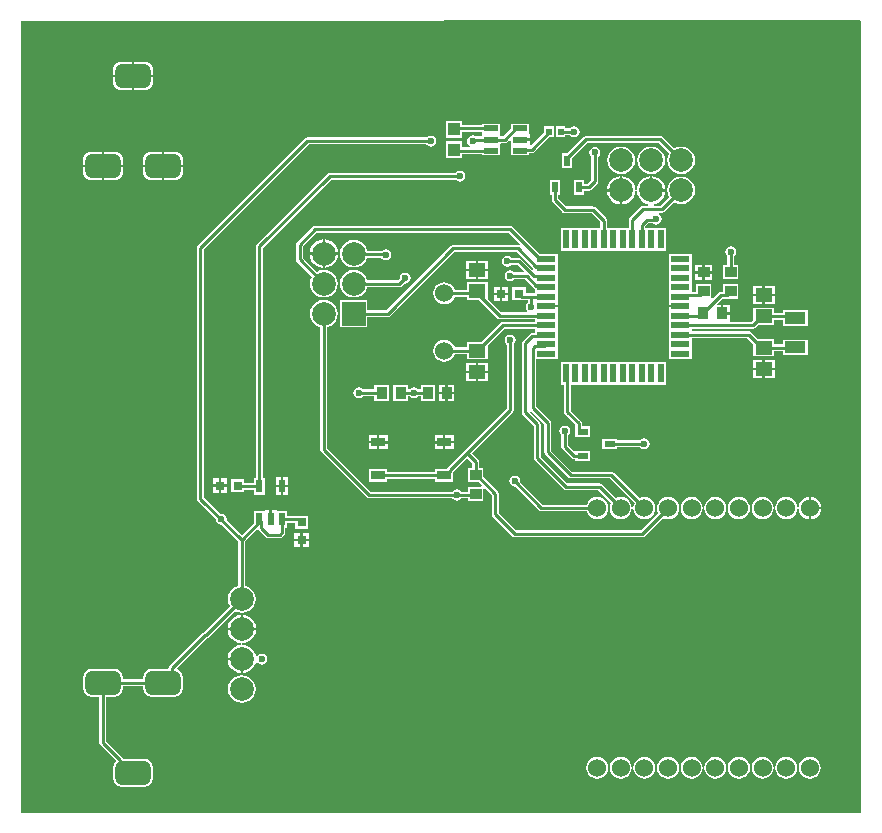
<source format=gtl>
G04*
G04 #@! TF.GenerationSoftware,Altium Limited,Altium Designer,19.1.8 (144)*
G04*
G04 Layer_Physical_Order=1*
G04 Layer_Color=255*
%FSLAX25Y25*%
%MOIN*%
G70*
G01*
G75*
%ADD11C,0.00984*%
%ADD16C,0.01000*%
%ADD40R,0.03150X0.03150*%
%ADD41R,0.02362X0.04331*%
%ADD42R,0.03543X0.03937*%
%ADD43R,0.03150X0.03150*%
%ADD44R,0.02165X0.03740*%
%ADD45R,0.03937X0.03543*%
%ADD46R,0.01968X0.02362*%
%ADD47R,0.03740X0.02165*%
%ADD48R,0.04724X0.03150*%
%ADD49R,0.03937X0.04331*%
%ADD50R,0.04800X0.02000*%
%ADD51R,0.06299X0.02165*%
%ADD52R,0.02165X0.06299*%
%ADD53R,0.03898X0.03465*%
%ADD54R,0.05709X0.04528*%
%ADD55R,0.07087X0.03937*%
%ADD56C,0.07874*%
%ADD57C,0.06000*%
%ADD58R,0.07874X0.07874*%
G04:AMPARAMS|DCode=59|XSize=78.74mil|YSize=118.11mil|CornerRadius=19.68mil|HoleSize=0mil|Usage=FLASHONLY|Rotation=270.000|XOffset=0mil|YOffset=0mil|HoleType=Round|Shape=RoundedRectangle|*
%AMROUNDEDRECTD59*
21,1,0.07874,0.07874,0,0,270.0*
21,1,0.03937,0.11811,0,0,270.0*
1,1,0.03937,-0.03937,-0.01968*
1,1,0.03937,-0.03937,0.01968*
1,1,0.03937,0.03937,0.01968*
1,1,0.03937,0.03937,-0.01968*
%
%ADD59ROUNDEDRECTD59*%
%ADD60C,0.02362*%
G36*
X461952Y461991D02*
Y197890D01*
X181945D01*
Y461919D01*
X461598Y462344D01*
X461952Y461991D01*
D02*
G37*
%LPC*%
G36*
X223189Y448370D02*
X219646D01*
Y444016D01*
X225969D01*
Y445590D01*
X225874Y446310D01*
X225596Y446980D01*
X225154Y447556D01*
X224579Y447998D01*
X223908Y448276D01*
X223189Y448370D01*
D02*
G37*
G36*
X218858D02*
X215315D01*
X214596Y448276D01*
X213925Y447998D01*
X213349Y447556D01*
X212908Y446980D01*
X212630Y446310D01*
X212535Y445590D01*
Y444016D01*
X218858D01*
Y448370D01*
D02*
G37*
G36*
X225969Y443228D02*
X219646D01*
Y438874D01*
X223189D01*
X223908Y438969D01*
X224579Y439246D01*
X225154Y439688D01*
X225596Y440264D01*
X225874Y440934D01*
X225969Y441653D01*
Y443228D01*
D02*
G37*
G36*
X218858D02*
X212535D01*
Y441653D01*
X212630Y440934D01*
X212908Y440264D01*
X213349Y439688D01*
X213925Y439246D01*
X214596Y438969D01*
X215315Y438874D01*
X218858D01*
Y443228D01*
D02*
G37*
G36*
X366339Y426847D02*
X365632Y426706D01*
X365033Y426306D01*
X364925Y426144D01*
X363425D01*
Y426811D01*
X360197D01*
Y423189D01*
X363425D01*
Y423856D01*
X364925D01*
X365033Y423694D01*
X365632Y423294D01*
X366339Y423153D01*
X367045Y423294D01*
X367644Y423694D01*
X368044Y424293D01*
X368185Y425000D01*
X368044Y425707D01*
X367644Y426306D01*
X367045Y426706D01*
X366339Y426847D01*
D02*
G37*
G36*
X328780Y428583D02*
X323583D01*
Y422992D01*
X328780D01*
Y424997D01*
X335495D01*
X335674Y424511D01*
Y424071D01*
X335495Y423585D01*
X334828D01*
X334390Y423498D01*
X334326Y423455D01*
X333633D01*
X333187Y423753D01*
X332480Y423894D01*
X331774Y423753D01*
X331175Y423353D01*
X330774Y422754D01*
X330634Y422047D01*
X330774Y421341D01*
X331175Y420742D01*
X331708Y420385D01*
X331704Y420127D01*
X331625Y419885D01*
X328780D01*
Y421890D01*
X323583D01*
Y416299D01*
X328780D01*
Y417597D01*
X335674D01*
Y417111D01*
X341734D01*
Y420311D01*
X341734Y420371D01*
Y420811D01*
X341912Y421297D01*
X343204D01*
X343642Y421384D01*
X344013Y421632D01*
X344655Y422274D01*
X345116Y422082D01*
X345116Y420653D01*
X345274Y420219D01*
X345274Y420154D01*
Y417111D01*
X351334D01*
Y417965D01*
X352180D01*
X352618Y418052D01*
X352989Y418300D01*
X357878Y423189D01*
X359488D01*
Y426811D01*
X356260D01*
Y424807D01*
X351910Y420457D01*
X351491Y420746D01*
X351491Y420806D01*
Y422047D01*
X348304D01*
Y422835D01*
X351491D01*
Y424228D01*
X351491D01*
X351334Y424663D01*
Y427771D01*
X345274D01*
Y426129D01*
X342730Y423585D01*
X341912D01*
X341734Y424071D01*
Y424511D01*
X341734Y424571D01*
Y427771D01*
X335674D01*
Y427285D01*
X328780D01*
Y428583D01*
D02*
G37*
G36*
X318504Y423697D02*
X317797Y423556D01*
X317251Y423191D01*
X277362D01*
X276924Y423104D01*
X276553Y422856D01*
X240923Y387226D01*
X240675Y386855D01*
X240588Y386417D01*
Y302756D01*
X240675Y302318D01*
X240923Y301947D01*
X246814Y296057D01*
X246776Y295866D01*
X246916Y295160D01*
X247316Y294561D01*
X247915Y294160D01*
X248622Y294020D01*
X248813Y294058D01*
X254368Y288503D01*
Y273747D01*
X254320Y273741D01*
X253209Y273281D01*
X252255Y272549D01*
X251523Y271595D01*
X251062Y270484D01*
X250905Y269291D01*
X251062Y268099D01*
X251523Y266988D01*
X251552Y266950D01*
X242912Y258310D01*
X242869Y258301D01*
X242498Y258053D01*
X231429Y246984D01*
X231181Y246613D01*
X231094Y246175D01*
Y245928D01*
X225315D01*
X224637Y245839D01*
X224005Y245577D01*
X223462Y245160D01*
X223045Y244618D01*
X222783Y243985D01*
X222694Y243307D01*
Y242483D01*
X215810D01*
Y243307D01*
X215721Y243985D01*
X215459Y244618D01*
X215042Y245160D01*
X214499Y245577D01*
X213867Y245839D01*
X213189Y245928D01*
X205315D01*
X204637Y245839D01*
X204005Y245577D01*
X203462Y245160D01*
X203045Y244618D01*
X202783Y243985D01*
X202694Y243307D01*
Y239370D01*
X202783Y238692D01*
X203045Y238060D01*
X203462Y237517D01*
X204005Y237100D01*
X204637Y236839D01*
X205315Y236749D01*
X208108D01*
Y221339D01*
X208195Y220901D01*
X208443Y220530D01*
X213483Y215489D01*
X213462Y215160D01*
X213045Y214617D01*
X212783Y213985D01*
X212694Y213307D01*
Y209370D01*
X212783Y208692D01*
X213045Y208060D01*
X213462Y207517D01*
X214004Y207100D01*
X214637Y206838D01*
X215315Y206749D01*
X223189D01*
X223867Y206838D01*
X224499Y207100D01*
X225042Y207517D01*
X225459Y208060D01*
X225721Y208692D01*
X225810Y209370D01*
Y213307D01*
X225721Y213985D01*
X225459Y214617D01*
X225042Y215160D01*
X224499Y215577D01*
X223867Y215839D01*
X223189Y215928D01*
X215955D01*
X215904Y216181D01*
X215656Y216552D01*
X210396Y221812D01*
Y236749D01*
X213189D01*
X213867Y236839D01*
X214499Y237100D01*
X215042Y237517D01*
X215459Y238060D01*
X215721Y238692D01*
X215810Y239370D01*
Y240195D01*
X222694D01*
Y239370D01*
X222783Y238692D01*
X223045Y238060D01*
X223462Y237517D01*
X224005Y237100D01*
X224637Y236839D01*
X225315Y236749D01*
X233189D01*
X233867Y236839D01*
X234499Y237100D01*
X235042Y237517D01*
X235459Y238060D01*
X235720Y238692D01*
X235810Y239370D01*
Y243307D01*
X235720Y243985D01*
X235459Y244618D01*
X235042Y245160D01*
X234499Y245577D01*
X234121Y245733D01*
X233981Y246301D01*
X243860Y256179D01*
X243902Y256187D01*
X244273Y256435D01*
X253170Y265332D01*
X253209Y265302D01*
X254320Y264842D01*
X255512Y264685D01*
X256704Y264842D01*
X257815Y265302D01*
X258769Y266034D01*
X259501Y266988D01*
X259961Y268099D01*
X260118Y269291D01*
X259961Y270484D01*
X259501Y271595D01*
X258769Y272549D01*
X257815Y273281D01*
X256704Y273741D01*
X256656Y273747D01*
Y288503D01*
X260603Y292450D01*
X261204Y292343D01*
X261297Y292203D01*
X263561Y289939D01*
X263932Y289691D01*
X264370Y289604D01*
X268110D01*
X268548Y289691D01*
X268919Y289939D01*
X269707Y290726D01*
X269955Y291098D01*
X270042Y291535D01*
Y293071D01*
X270709D01*
Y294722D01*
X273245D01*
Y292677D01*
X277655D01*
Y297087D01*
X273245D01*
Y297010D01*
X270709D01*
Y298661D01*
X267126D01*
Y298819D01*
X265551D01*
Y295866D01*
X264764D01*
Y298819D01*
X263189D01*
Y298661D01*
X259606D01*
Y294689D01*
X255512Y290594D01*
X250431Y295675D01*
X250469Y295866D01*
X250328Y296573D01*
X249928Y297172D01*
X249329Y297572D01*
X248622Y297713D01*
X248431Y297675D01*
X242876Y303230D01*
Y385943D01*
X277836Y420903D01*
X316959D01*
X317198Y420545D01*
X317797Y420144D01*
X318504Y420004D01*
X319211Y420144D01*
X319810Y420545D01*
X320210Y421144D01*
X320350Y421850D01*
X320210Y422557D01*
X319810Y423156D01*
X319211Y423556D01*
X318504Y423697D01*
D02*
G37*
G36*
X233189Y418370D02*
X229646D01*
Y414016D01*
X235969D01*
Y415590D01*
X235874Y416310D01*
X235596Y416980D01*
X235155Y417556D01*
X234579Y417998D01*
X233908Y418275D01*
X233189Y418370D01*
D02*
G37*
G36*
X213189D02*
X209646D01*
Y414016D01*
X215969D01*
Y415590D01*
X215874Y416310D01*
X215596Y416980D01*
X215155Y417556D01*
X214579Y417998D01*
X213908Y418275D01*
X213189Y418370D01*
D02*
G37*
G36*
X228858D02*
X225315D01*
X224595Y418275D01*
X223925Y417998D01*
X223349Y417556D01*
X222908Y416980D01*
X222630Y416310D01*
X222535Y415590D01*
Y414016D01*
X228858D01*
Y418370D01*
D02*
G37*
G36*
X208858D02*
X205315D01*
X204595Y418275D01*
X203925Y417998D01*
X203349Y417556D01*
X202908Y416980D01*
X202630Y416310D01*
X202535Y415590D01*
Y414016D01*
X208858D01*
Y418370D01*
D02*
G37*
G36*
X395000Y423644D02*
X370284D01*
X369846Y423557D01*
X369475Y423309D01*
X364095Y417929D01*
X362287D01*
Y412929D01*
X365713D01*
Y416311D01*
X370757Y421356D01*
X394526D01*
X398040Y417842D01*
X398011Y417803D01*
X397551Y416692D01*
X397394Y415500D01*
X397551Y414308D01*
X398011Y413197D01*
X398743Y412243D01*
X399697Y411511D01*
X400808Y411051D01*
X402000Y410894D01*
X403192Y411051D01*
X404303Y411511D01*
X405257Y412243D01*
X405989Y413197D01*
X406449Y414308D01*
X406606Y415500D01*
X406449Y416692D01*
X405989Y417803D01*
X405257Y418757D01*
X404303Y419489D01*
X403192Y419949D01*
X402000Y420106D01*
X400808Y419949D01*
X399697Y419489D01*
X399658Y419460D01*
X395809Y423309D01*
X395438Y423557D01*
X395000Y423644D01*
D02*
G37*
G36*
X392000Y420106D02*
X390808Y419949D01*
X389697Y419489D01*
X388743Y418757D01*
X388011Y417803D01*
X387551Y416692D01*
X387394Y415500D01*
X387551Y414308D01*
X388011Y413197D01*
X388743Y412243D01*
X389697Y411511D01*
X390808Y411051D01*
X392000Y410894D01*
X393192Y411051D01*
X394303Y411511D01*
X395257Y412243D01*
X395989Y413197D01*
X396449Y414308D01*
X396606Y415500D01*
X396449Y416692D01*
X395989Y417803D01*
X395257Y418757D01*
X394303Y419489D01*
X393192Y419949D01*
X392000Y420106D01*
D02*
G37*
G36*
X382000D02*
X380808Y419949D01*
X379697Y419489D01*
X378743Y418757D01*
X378011Y417803D01*
X377551Y416692D01*
X377394Y415500D01*
X377551Y414308D01*
X378011Y413197D01*
X378743Y412243D01*
X379697Y411511D01*
X380808Y411051D01*
X382000Y410894D01*
X383192Y411051D01*
X384303Y411511D01*
X385257Y412243D01*
X385989Y413197D01*
X386449Y414308D01*
X386606Y415500D01*
X386449Y416692D01*
X385989Y417803D01*
X385257Y418757D01*
X384303Y419489D01*
X383192Y419949D01*
X382000Y420106D01*
D02*
G37*
G36*
X235969Y413228D02*
X229646D01*
Y408874D01*
X233189D01*
X233908Y408969D01*
X234579Y409246D01*
X235155Y409688D01*
X235596Y410264D01*
X235874Y410934D01*
X235969Y411654D01*
Y413228D01*
D02*
G37*
G36*
X228858D02*
X222535D01*
Y411654D01*
X222630Y410934D01*
X222908Y410264D01*
X223349Y409688D01*
X223925Y409246D01*
X224595Y408969D01*
X225315Y408874D01*
X228858D01*
Y413228D01*
D02*
G37*
G36*
X215969D02*
X209646D01*
Y408874D01*
X213189D01*
X213908Y408969D01*
X214579Y409246D01*
X215155Y409688D01*
X215596Y410264D01*
X215874Y410934D01*
X215969Y411654D01*
Y413228D01*
D02*
G37*
G36*
X208858D02*
X202535D01*
Y411654D01*
X202630Y410934D01*
X202908Y410264D01*
X203349Y409688D01*
X203925Y409246D01*
X204595Y408969D01*
X205315Y408874D01*
X208858D01*
Y413228D01*
D02*
G37*
G36*
X328150Y412083D02*
X327443Y411942D01*
X326844Y411542D01*
X326736Y411380D01*
X284842D01*
X284405Y411293D01*
X284034Y411045D01*
X260608Y387620D01*
X260360Y387249D01*
X260273Y386811D01*
Y309685D01*
X259606D01*
Y308034D01*
X256339D01*
Y309291D01*
X251929D01*
Y304882D01*
X256339D01*
Y305746D01*
X259606D01*
Y304095D01*
X263228D01*
Y309685D01*
X262561D01*
Y386337D01*
X285316Y409092D01*
X326736D01*
X326844Y408930D01*
X327443Y408530D01*
X328150Y408390D01*
X328856Y408530D01*
X329455Y408930D01*
X329855Y409530D01*
X329996Y410236D01*
X329855Y410943D01*
X329455Y411542D01*
X328856Y411942D01*
X328150Y412083D01*
D02*
G37*
G36*
X373228Y419957D02*
X372522Y419816D01*
X371923Y419416D01*
X371522Y418817D01*
X371382Y418110D01*
X371522Y417404D01*
X371923Y416805D01*
X372084Y416697D01*
Y408938D01*
X370861Y407715D01*
X369768D01*
Y409071D01*
X366342D01*
Y404071D01*
X369768D01*
Y405427D01*
X371335D01*
X371772Y405514D01*
X372144Y405762D01*
X374037Y407656D01*
X374285Y408027D01*
X374372Y408465D01*
Y416697D01*
X374534Y416805D01*
X374934Y417404D01*
X375075Y418110D01*
X374934Y418817D01*
X374534Y419416D01*
X373935Y419816D01*
X373228Y419957D01*
D02*
G37*
G36*
X392394Y410213D02*
Y405894D01*
X396713D01*
X396603Y406733D01*
X396127Y407883D01*
X395370Y408870D01*
X394383Y409627D01*
X393233Y410103D01*
X392394Y410213D01*
D02*
G37*
G36*
X381606D02*
X380767Y410103D01*
X379617Y409627D01*
X378630Y408870D01*
X377873Y407883D01*
X377397Y406733D01*
X377287Y405894D01*
X381606D01*
Y410213D01*
D02*
G37*
G36*
Y405106D02*
X377287D01*
X377397Y404267D01*
X377873Y403117D01*
X378630Y402131D01*
X379617Y401373D01*
X380767Y400897D01*
X381606Y400787D01*
Y405106D01*
D02*
G37*
G36*
X382394Y410213D02*
Y405500D01*
Y400787D01*
X383233Y400897D01*
X384383Y401373D01*
X385369Y402131D01*
X386127Y403117D01*
X386603Y404267D01*
X386718Y405144D01*
X386748Y405368D01*
X387252D01*
X387282Y405144D01*
X387397Y404267D01*
X387873Y403117D01*
X388631Y402131D01*
X389617Y401373D01*
X390767Y400897D01*
X391075Y400857D01*
X391042Y400357D01*
X389173D01*
X388735Y400270D01*
X388364Y400022D01*
X384853Y396510D01*
X384605Y396139D01*
X384517Y395701D01*
Y392992D01*
X377357D01*
Y395441D01*
X377270Y395879D01*
X377022Y396250D01*
X373447Y399825D01*
X373076Y400073D01*
X372638Y400160D01*
X363663D01*
X361089Y402734D01*
Y404071D01*
X361658D01*
Y409071D01*
X358232D01*
Y404071D01*
X358801D01*
Y402260D01*
X358888Y401822D01*
X359136Y401451D01*
X362380Y398207D01*
X362751Y397959D01*
X363189Y397872D01*
X372164D01*
X375069Y394967D01*
Y392992D01*
X361902D01*
Y385433D01*
X396823D01*
Y392992D01*
X390044D01*
X389992Y393492D01*
X390958Y394459D01*
X392548D01*
X392994Y394160D01*
X393701Y394020D01*
X394407Y394160D01*
X395006Y394561D01*
X395407Y395160D01*
X395547Y395866D01*
X395407Y396573D01*
X395006Y397172D01*
X394407Y397572D01*
X394474Y398069D01*
X395713D01*
X396150Y398156D01*
X396521Y398404D01*
X399658Y401540D01*
X399697Y401511D01*
X400808Y401051D01*
X402000Y400894D01*
X403192Y401051D01*
X404303Y401511D01*
X405257Y402243D01*
X405989Y403197D01*
X406449Y404308D01*
X406606Y405500D01*
X406449Y406692D01*
X405989Y407803D01*
X405257Y408757D01*
X404303Y409489D01*
X403192Y409949D01*
X402000Y410106D01*
X400808Y409949D01*
X399697Y409489D01*
X398743Y408757D01*
X398011Y407803D01*
X397551Y406692D01*
X397394Y405500D01*
X397551Y404308D01*
X398011Y403197D01*
X398040Y403158D01*
X395239Y400357D01*
X392958D01*
X392925Y400857D01*
X393233Y400897D01*
X394383Y401373D01*
X395370Y402131D01*
X396127Y403117D01*
X396603Y404267D01*
X396713Y405106D01*
X392000D01*
Y405500D01*
X391606D01*
Y410213D01*
X390767Y410103D01*
X389617Y409627D01*
X388631Y408870D01*
X387873Y407883D01*
X387397Y406733D01*
X387282Y405856D01*
X387252Y405632D01*
X386748D01*
X386718Y405856D01*
X386603Y406733D01*
X386127Y407883D01*
X385369Y408870D01*
X384383Y409627D01*
X383233Y410103D01*
X382394Y410213D01*
D02*
G37*
G36*
X345045Y393630D02*
X279888D01*
X279450Y393543D01*
X279079Y393295D01*
X273994Y388211D01*
X273746Y387839D01*
X273659Y387402D01*
Y382480D01*
X273746Y382043D01*
X273994Y381671D01*
X278914Y376751D01*
X278885Y376713D01*
X278425Y375602D01*
X278268Y374410D01*
X278425Y373217D01*
X278885Y372106D01*
X279617Y371152D01*
X280571Y370420D01*
X281682Y369960D01*
X282874Y369803D01*
X284066Y369960D01*
X285177Y370420D01*
X286131Y371152D01*
X286863Y372106D01*
X287323Y373217D01*
X287480Y374410D01*
X287323Y375602D01*
X286863Y376713D01*
X286131Y377667D01*
X285177Y378399D01*
X284066Y378859D01*
X282874Y379016D01*
X281682Y378859D01*
X280571Y378399D01*
X280532Y378369D01*
X275947Y382954D01*
Y386928D01*
X280362Y391342D01*
X344571D01*
X348207Y387707D01*
X348112Y387513D01*
X347912Y387294D01*
X347559Y387365D01*
X325984D01*
X325547Y387277D01*
X325175Y387029D01*
X303699Y365553D01*
X297441D01*
Y368976D01*
X288307D01*
Y359842D01*
X297441D01*
Y363265D01*
X304173D01*
X304611Y363352D01*
X304982Y363600D01*
X326458Y385076D01*
X347085D01*
X352931Y379230D01*
X352924Y379164D01*
X352401Y378979D01*
X348682Y382699D01*
X348311Y382947D01*
X347873Y383034D01*
X345508D01*
X345400Y383195D01*
X344801Y383596D01*
X344094Y383736D01*
X343388Y383596D01*
X342789Y383195D01*
X342389Y382596D01*
X342248Y381890D01*
X342389Y381183D01*
X342789Y380584D01*
X343388Y380184D01*
X344094Y380043D01*
X344801Y380184D01*
X345400Y380584D01*
X345508Y380746D01*
X347399D01*
X349539Y378606D01*
X349348Y378144D01*
X346414D01*
X346306Y378306D01*
X345707Y378706D01*
X345000Y378847D01*
X344293Y378706D01*
X343694Y378306D01*
X343294Y377707D01*
X343154Y377000D01*
X343294Y376293D01*
X343694Y375694D01*
X344293Y375294D01*
X345000Y375153D01*
X345707Y375294D01*
X346306Y375694D01*
X346414Y375856D01*
X350006D01*
X352931Y372931D01*
X353221Y372738D01*
Y371144D01*
X350110D01*
Y373205D01*
X345701D01*
Y368795D01*
X350110D01*
Y368856D01*
X350856D01*
Y367914D01*
X350694Y367806D01*
X350294Y367207D01*
X350153Y366500D01*
X350294Y365793D01*
X350588Y365353D01*
X350374Y364853D01*
X341989D01*
X337484Y369358D01*
Y374850D01*
X330516D01*
Y372357D01*
X326455D01*
X326171Y373043D01*
X325589Y373801D01*
X324831Y374383D01*
X323948Y374749D01*
X323000Y374874D01*
X322052Y374749D01*
X321169Y374383D01*
X320411Y373801D01*
X319829Y373043D01*
X319463Y372160D01*
X319339Y371213D01*
X319463Y370265D01*
X319829Y369382D01*
X320411Y368624D01*
X321169Y368042D01*
X322052Y367676D01*
X323000Y367551D01*
X323948Y367676D01*
X324831Y368042D01*
X325589Y368624D01*
X326171Y369382D01*
X326455Y370069D01*
X330516D01*
Y369063D01*
X334520D01*
X340697Y362886D01*
X341071Y362636D01*
X341512Y362549D01*
X353221D01*
Y361703D01*
X342551D01*
X342110Y361615D01*
X341737Y361366D01*
X335308Y354937D01*
X330516D01*
Y353144D01*
X326455D01*
X326171Y353831D01*
X325589Y354589D01*
X324831Y355171D01*
X323948Y355537D01*
X323000Y355661D01*
X322052Y355537D01*
X321169Y355171D01*
X320411Y354589D01*
X319829Y353831D01*
X319463Y352948D01*
X319339Y352000D01*
X319463Y351052D01*
X319829Y350169D01*
X320411Y349411D01*
X321169Y348829D01*
X322052Y348464D01*
X323000Y348339D01*
X323948Y348464D01*
X324831Y348829D01*
X325589Y349411D01*
X326171Y350169D01*
X326455Y350856D01*
X330516D01*
Y349150D01*
X337484D01*
Y353855D01*
X343028Y359399D01*
X353221D01*
Y358018D01*
X352374D01*
X351936Y357931D01*
X351565Y357683D01*
X349191Y355309D01*
X348943Y354938D01*
X348856Y354500D01*
Y331500D01*
X348943Y331062D01*
X349191Y330691D01*
X352856Y327026D01*
Y316276D01*
X352943Y315838D01*
X353191Y315467D01*
X362774Y305884D01*
X363145Y305636D01*
X363583Y305549D01*
X374329D01*
X378638Y301240D01*
X378353Y300554D01*
X378228Y299606D01*
X378353Y298659D01*
X378719Y297776D01*
X379301Y297017D01*
X380059Y296436D01*
X380942Y296070D01*
X381890Y295945D01*
X382837Y296070D01*
X383720Y296436D01*
X384479Y297017D01*
X385061Y297776D01*
X385426Y298659D01*
X385551Y299606D01*
X385426Y300554D01*
X385061Y301437D01*
X384479Y302195D01*
X383720Y302777D01*
X382837Y303143D01*
X381890Y303268D01*
X380942Y303143D01*
X380256Y302858D01*
X375612Y307502D01*
X375241Y307750D01*
X374803Y307837D01*
X364057D01*
X355144Y316749D01*
Y327500D01*
X355057Y327938D01*
X354809Y328309D01*
X351441Y331677D01*
X351452Y331723D01*
X352006Y331876D01*
X356356Y327526D01*
Y318287D01*
X356443Y317850D01*
X356691Y317478D01*
X364349Y309821D01*
X364720Y309573D01*
X365158Y309486D01*
X378266D01*
X386512Y301240D01*
X386227Y300554D01*
X386103Y299606D01*
X386227Y298659D01*
X386593Y297776D01*
X387175Y297017D01*
X387933Y296436D01*
X388816Y296070D01*
X389764Y295945D01*
X390711Y296070D01*
X391594Y296436D01*
X392353Y297017D01*
X392934Y297776D01*
X393300Y298659D01*
X393425Y299606D01*
X393300Y300554D01*
X392934Y301437D01*
X392353Y302195D01*
X391594Y302777D01*
X390711Y303143D01*
X389764Y303268D01*
X388816Y303143D01*
X388130Y302858D01*
X379549Y311439D01*
X379178Y311687D01*
X378740Y311774D01*
X365631D01*
X358644Y318761D01*
Y328000D01*
X358557Y328438D01*
X358309Y328809D01*
X353644Y333474D01*
Y349390D01*
X360780D01*
Y352539D01*
Y355689D01*
Y358839D01*
Y361988D01*
Y364980D01*
X360937D01*
Y366457D01*
X357000D01*
Y367244D01*
X360937D01*
Y368721D01*
X360780D01*
Y371437D01*
Y374587D01*
Y377736D01*
Y380886D01*
Y384311D01*
X354838D01*
X345854Y393295D01*
X345483Y393543D01*
X345045Y393630D01*
D02*
G37*
G36*
X283268Y389123D02*
Y384803D01*
X287587D01*
X287477Y385643D01*
X287001Y386792D01*
X286244Y387779D01*
X285257Y388536D01*
X284107Y389012D01*
X283268Y389123D01*
D02*
G37*
G36*
X282480D02*
X281641Y389012D01*
X280491Y388536D01*
X279504Y387779D01*
X278747Y386792D01*
X278271Y385643D01*
X278161Y384803D01*
X282480D01*
Y389123D01*
D02*
G37*
G36*
X292874Y389016D02*
X291682Y388859D01*
X290571Y388399D01*
X289617Y387667D01*
X288885Y386713D01*
X288425Y385602D01*
X288268Y384409D01*
X288425Y383217D01*
X288885Y382106D01*
X289617Y381152D01*
X290571Y380420D01*
X291682Y379960D01*
X292874Y379803D01*
X294066Y379960D01*
X295177Y380420D01*
X296131Y381152D01*
X296863Y382106D01*
X297270Y383088D01*
X302011D01*
X302238Y382749D01*
X302837Y382349D01*
X303543Y382209D01*
X304250Y382349D01*
X304849Y382749D01*
X305249Y383348D01*
X305390Y384055D01*
X305249Y384762D01*
X304849Y385361D01*
X304250Y385761D01*
X303543Y385902D01*
X302837Y385761D01*
X302261Y385376D01*
X297353D01*
X297323Y385602D01*
X296863Y386713D01*
X296131Y387667D01*
X295177Y388399D01*
X294066Y388859D01*
X292874Y389016D01*
D02*
G37*
G36*
X287587Y384016D02*
X283268D01*
Y379696D01*
X284107Y379807D01*
X285257Y380283D01*
X286244Y381040D01*
X287001Y382027D01*
X287477Y383176D01*
X287587Y384016D01*
D02*
G37*
G36*
X282480D02*
X278161D01*
X278271Y383176D01*
X278747Y382027D01*
X279504Y381040D01*
X280491Y380283D01*
X281641Y379807D01*
X282480Y379696D01*
Y384016D01*
D02*
G37*
G36*
X337642Y382095D02*
X334394D01*
Y379437D01*
X337642D01*
Y382095D01*
D02*
G37*
G36*
X333606D02*
X330358D01*
Y379437D01*
X333606D01*
Y382095D01*
D02*
G37*
G36*
X412256Y380709D02*
X409894D01*
Y378543D01*
X412256D01*
Y380709D01*
D02*
G37*
G36*
X409106D02*
X406744D01*
Y378543D01*
X409106D01*
Y380709D01*
D02*
G37*
G36*
X337642Y378650D02*
X334394D01*
Y375992D01*
X337642D01*
Y378650D01*
D02*
G37*
G36*
X333606D02*
X330358D01*
Y375992D01*
X333606D01*
Y378650D01*
D02*
G37*
G36*
X418500Y386846D02*
X417793Y386706D01*
X417194Y386306D01*
X416794Y385707D01*
X416653Y385000D01*
X416794Y384293D01*
X417194Y383694D01*
X417356Y383586D01*
Y380571D01*
X415921D01*
Y375847D01*
X421079D01*
Y380571D01*
X419644D01*
Y383586D01*
X419806Y383694D01*
X420206Y384293D01*
X420346Y385000D01*
X420206Y385707D01*
X419806Y386306D01*
X419207Y386706D01*
X418500Y386846D01*
D02*
G37*
G36*
X412256Y377756D02*
X409894D01*
Y375590D01*
X412256D01*
Y377756D01*
D02*
G37*
G36*
X409106D02*
X406744D01*
Y375590D01*
X409106D01*
Y377756D01*
D02*
G37*
G36*
X292874Y379016D02*
X291682Y378859D01*
X290571Y378399D01*
X289617Y377667D01*
X288885Y376713D01*
X288425Y375602D01*
X288268Y374410D01*
X288425Y373217D01*
X288885Y372106D01*
X289617Y371152D01*
X290571Y370420D01*
X291682Y369960D01*
X292874Y369803D01*
X294066Y369960D01*
X295177Y370420D01*
X296131Y371152D01*
X296863Y372106D01*
X297323Y373217D01*
X297330Y373265D01*
X308053D01*
X308491Y373353D01*
X308862Y373601D01*
X309669Y374408D01*
X310039Y374335D01*
X310746Y374475D01*
X311345Y374875D01*
X311745Y375475D01*
X311886Y376181D01*
X311745Y376888D01*
X311345Y377487D01*
X310746Y377887D01*
X310039Y378028D01*
X309333Y377887D01*
X308734Y377487D01*
X308333Y376888D01*
X308193Y376181D01*
X308195Y376170D01*
X307579Y375553D01*
X297330D01*
X297323Y375602D01*
X296863Y376713D01*
X296131Y377667D01*
X295177Y378399D01*
X294066Y378859D01*
X292874Y379016D01*
D02*
G37*
G36*
X344362Y373362D02*
X342394D01*
Y371394D01*
X344362D01*
Y373362D01*
D02*
G37*
G36*
X341606D02*
X339638D01*
Y371394D01*
X341606D01*
Y373362D01*
D02*
G37*
G36*
X433142Y373638D02*
X429894D01*
Y370980D01*
X433142D01*
Y373638D01*
D02*
G37*
G36*
X429106D02*
X425858D01*
Y370980D01*
X429106D01*
Y373638D01*
D02*
G37*
G36*
X344362Y370606D02*
X342394D01*
Y368638D01*
X344362D01*
Y370606D01*
D02*
G37*
G36*
X341606D02*
X339638D01*
Y368638D01*
X341606D01*
Y370606D01*
D02*
G37*
G36*
X433142Y370193D02*
X429894D01*
Y367535D01*
X433142D01*
Y370193D01*
D02*
G37*
G36*
X429106D02*
X425858D01*
Y367535D01*
X429106D01*
Y370193D01*
D02*
G37*
G36*
X418209Y367256D02*
X416043D01*
Y364894D01*
X418209D01*
Y367256D01*
D02*
G37*
G36*
X405504Y384311D02*
X397945D01*
Y380886D01*
Y377736D01*
Y374587D01*
Y371437D01*
Y368721D01*
X397787D01*
Y367244D01*
X401724D01*
Y366457D01*
X397787D01*
Y364980D01*
X397945D01*
Y361988D01*
Y358839D01*
Y355689D01*
Y352539D01*
Y349390D01*
X405504D01*
Y352539D01*
Y356258D01*
X424077D01*
X426016Y354319D01*
Y350150D01*
X432984D01*
Y351899D01*
X435827D01*
Y350559D01*
X444173D01*
Y355756D01*
X435827D01*
Y354187D01*
X432984D01*
Y355937D01*
X427634D01*
X425360Y358210D01*
X424989Y358458D01*
X424551Y358546D01*
X405504D01*
Y359407D01*
X425961D01*
X426398Y359494D01*
X426770Y359742D01*
X427634Y360606D01*
X432984D01*
Y362356D01*
X435827D01*
Y360402D01*
X444173D01*
Y365598D01*
X435827D01*
Y364644D01*
X432984D01*
Y366394D01*
X426016D01*
Y362224D01*
X425487Y361695D01*
X418688D01*
X418209Y361744D01*
Y364106D01*
X415650D01*
Y364500D01*
X415256D01*
Y367256D01*
X414181D01*
X413989Y367718D01*
X415679Y369407D01*
X417260D01*
X417370Y369429D01*
X421079D01*
Y374153D01*
X415921D01*
Y371695D01*
X415205D01*
X414767Y371608D01*
X414396Y371360D01*
X412598Y369563D01*
X412098Y369770D01*
X412098Y369781D01*
X412098D01*
X412098Y369816D01*
Y374252D01*
X406902D01*
Y371715D01*
X405504D01*
Y374587D01*
Y377736D01*
Y380886D01*
Y384311D01*
D02*
G37*
G36*
X433142Y349008D02*
X429894D01*
Y346350D01*
X433142D01*
Y349008D01*
D02*
G37*
G36*
X429106D02*
X425858D01*
Y346350D01*
X429106D01*
Y349008D01*
D02*
G37*
G36*
X337642Y348008D02*
X334394D01*
Y345350D01*
X337642D01*
Y348008D01*
D02*
G37*
G36*
X333606D02*
X330358D01*
Y345350D01*
X333606D01*
Y348008D01*
D02*
G37*
G36*
X433142Y345563D02*
X429894D01*
Y342905D01*
X433142D01*
Y345563D01*
D02*
G37*
G36*
X429106D02*
X425858D01*
Y342905D01*
X429106D01*
Y345563D01*
D02*
G37*
G36*
X337642Y344563D02*
X334394D01*
Y341905D01*
X337642D01*
Y344563D01*
D02*
G37*
G36*
X333606D02*
X330358D01*
Y341905D01*
X333606D01*
Y344563D01*
D02*
G37*
G36*
X319921Y340591D02*
X315118D01*
Y339136D01*
X314406D01*
X314298Y339298D01*
X313699Y339698D01*
X312992Y339839D01*
X312285Y339698D01*
X311686Y339298D01*
X311578Y339136D01*
X310866D01*
Y340591D01*
X306063D01*
Y335394D01*
X310866D01*
Y336848D01*
X311578D01*
X311686Y336686D01*
X312285Y336286D01*
X312992Y336146D01*
X313699Y336286D01*
X314298Y336686D01*
X314406Y336848D01*
X315118D01*
Y335394D01*
X319921D01*
Y340591D01*
D02*
G37*
G36*
X304567D02*
X299764D01*
Y339136D01*
X295902D01*
X295794Y339298D01*
X295195Y339698D01*
X294488Y339839D01*
X293782Y339698D01*
X293182Y339298D01*
X292782Y338699D01*
X292642Y337992D01*
X292782Y337285D01*
X293182Y336686D01*
X293782Y336286D01*
X294488Y336146D01*
X295195Y336286D01*
X295794Y336686D01*
X295902Y336848D01*
X299764D01*
Y335394D01*
X304567D01*
Y340591D01*
D02*
G37*
G36*
X326378Y340748D02*
X324213D01*
Y338386D01*
X326378D01*
Y340748D01*
D02*
G37*
G36*
X323425D02*
X321260D01*
Y338386D01*
X323425D01*
Y340748D01*
D02*
G37*
G36*
X326378Y337598D02*
X324213D01*
Y335236D01*
X326378D01*
Y337598D01*
D02*
G37*
G36*
X323425D02*
X321260D01*
Y335236D01*
X323425D01*
Y337598D01*
D02*
G37*
G36*
X396823Y348268D02*
X361902D01*
Y340709D01*
X362931D01*
Y331594D01*
X363018Y331157D01*
X363266Y330786D01*
X366746Y327306D01*
Y325681D01*
X366768Y325571D01*
Y323378D01*
X371768D01*
Y326803D01*
X369034D01*
Y327780D01*
X368947Y328217D01*
X368699Y328589D01*
X365219Y332068D01*
Y340709D01*
X396823D01*
Y348268D01*
D02*
G37*
G36*
X389697Y322882D02*
X388990Y322741D01*
X388391Y322341D01*
X388283Y322180D01*
X380626D01*
Y322748D01*
X375626D01*
Y319323D01*
X380626D01*
Y319891D01*
X388283D01*
X388391Y319730D01*
X388990Y319330D01*
X389697Y319189D01*
X390404Y319330D01*
X391002Y319730D01*
X391403Y320329D01*
X391543Y321035D01*
X391403Y321742D01*
X391002Y322341D01*
X390404Y322741D01*
X389697Y322882D01*
D02*
G37*
G36*
X326150Y323874D02*
X323394D01*
Y321905D01*
X326150D01*
Y323874D01*
D02*
G37*
G36*
X304150D02*
X301394D01*
Y321905D01*
X304150D01*
Y323874D01*
D02*
G37*
G36*
X322606D02*
X319850D01*
Y321905D01*
X322606D01*
Y323874D01*
D02*
G37*
G36*
X300606D02*
X297850D01*
Y321905D01*
X300606D01*
Y323874D01*
D02*
G37*
G36*
X326150Y321118D02*
X323394D01*
Y319150D01*
X326150D01*
Y321118D01*
D02*
G37*
G36*
X322606D02*
X319850D01*
Y319150D01*
X322606D01*
Y321118D01*
D02*
G37*
G36*
X304150D02*
X301394D01*
Y319150D01*
X304150D01*
Y321118D01*
D02*
G37*
G36*
X300606D02*
X297850D01*
Y319150D01*
X300606D01*
Y321118D01*
D02*
G37*
G36*
X363189Y327043D02*
X362482Y326903D01*
X361883Y326502D01*
X361483Y325904D01*
X361343Y325197D01*
X361483Y324490D01*
X361883Y323891D01*
X362045Y323783D01*
Y320079D01*
X362132Y319641D01*
X362380Y319270D01*
X365478Y316171D01*
X365850Y315923D01*
X366287Y315836D01*
X366768D01*
Y315268D01*
X371768D01*
Y318693D01*
X366768D01*
Y318693D01*
X366268Y318618D01*
X364333Y320553D01*
Y323783D01*
X364495Y323891D01*
X364895Y324490D01*
X365036Y325197D01*
X364895Y325904D01*
X364495Y326502D01*
X363896Y326903D01*
X363189Y327043D01*
D02*
G37*
G36*
X250590Y309449D02*
X248622D01*
Y307480D01*
X250590D01*
Y309449D01*
D02*
G37*
G36*
X247835D02*
X245866D01*
Y307480D01*
X247835D01*
Y309449D01*
D02*
G37*
G36*
X270866Y309842D02*
X269291D01*
Y307283D01*
X270866D01*
Y309842D01*
D02*
G37*
G36*
X268504D02*
X266929D01*
Y307283D01*
X268504D01*
Y309842D01*
D02*
G37*
G36*
X250590Y306693D02*
X248622D01*
Y304724D01*
X250590D01*
Y306693D01*
D02*
G37*
G36*
X247835D02*
X245866D01*
Y304724D01*
X247835D01*
Y306693D01*
D02*
G37*
G36*
X270866Y306496D02*
X269291D01*
Y303937D01*
X270866D01*
Y306496D01*
D02*
G37*
G36*
X268504D02*
X266929D01*
Y303937D01*
X268504D01*
Y306496D01*
D02*
G37*
G36*
X444488Y303375D02*
X443893Y303296D01*
X442972Y302915D01*
X442181Y302308D01*
X441574Y301516D01*
X441192Y300595D01*
X441118Y300030D01*
X440613D01*
X440544Y300554D01*
X440179Y301437D01*
X439597Y302195D01*
X438838Y302777D01*
X437956Y303143D01*
X437008Y303268D01*
X436060Y303143D01*
X435177Y302777D01*
X434419Y302195D01*
X433837Y301437D01*
X433471Y300554D01*
X433347Y299606D01*
X433471Y298659D01*
X433837Y297776D01*
X434419Y297017D01*
X435177Y296436D01*
X436060Y296070D01*
X437008Y295945D01*
X437956Y296070D01*
X438838Y296436D01*
X439597Y297017D01*
X440179Y297776D01*
X440544Y298659D01*
X440613Y299182D01*
X441118D01*
X441192Y298618D01*
X441574Y297696D01*
X442181Y296905D01*
X442972Y296298D01*
X443893Y295916D01*
X444488Y295838D01*
Y299606D01*
Y303375D01*
D02*
G37*
G36*
X445276D02*
Y300000D01*
X448650D01*
X448572Y300595D01*
X448190Y301516D01*
X447583Y302308D01*
X446792Y302915D01*
X445871Y303296D01*
X445276Y303375D01*
D02*
G37*
G36*
X429134Y303268D02*
X428186Y303143D01*
X427303Y302777D01*
X426545Y302195D01*
X425963Y301437D01*
X425597Y300554D01*
X425473Y299606D01*
X425597Y298659D01*
X425963Y297776D01*
X426545Y297017D01*
X427303Y296436D01*
X428186Y296070D01*
X429134Y295945D01*
X430082Y296070D01*
X430965Y296436D01*
X431723Y297017D01*
X432305Y297776D01*
X432670Y298659D01*
X432795Y299606D01*
X432670Y300554D01*
X432305Y301437D01*
X431723Y302195D01*
X430965Y302777D01*
X430082Y303143D01*
X429134Y303268D01*
D02*
G37*
G36*
X421260D02*
X420312Y303143D01*
X419429Y302777D01*
X418671Y302195D01*
X418089Y301437D01*
X417723Y300554D01*
X417599Y299606D01*
X417723Y298659D01*
X418089Y297776D01*
X418671Y297017D01*
X419429Y296436D01*
X420312Y296070D01*
X421260Y295945D01*
X422207Y296070D01*
X423091Y296436D01*
X423849Y297017D01*
X424431Y297776D01*
X424796Y298659D01*
X424921Y299606D01*
X424796Y300554D01*
X424431Y301437D01*
X423849Y302195D01*
X423091Y302777D01*
X422207Y303143D01*
X421260Y303268D01*
D02*
G37*
G36*
X413386D02*
X412438Y303143D01*
X411555Y302777D01*
X410797Y302195D01*
X410215Y301437D01*
X409849Y300554D01*
X409725Y299606D01*
X409849Y298659D01*
X410215Y297776D01*
X410797Y297017D01*
X411555Y296436D01*
X412438Y296070D01*
X413386Y295945D01*
X414333Y296070D01*
X415216Y296436D01*
X415975Y297017D01*
X416557Y297776D01*
X416922Y298659D01*
X417047Y299606D01*
X416922Y300554D01*
X416557Y301437D01*
X415975Y302195D01*
X415216Y302777D01*
X414333Y303143D01*
X413386Y303268D01*
D02*
G37*
G36*
X405512D02*
X404564Y303143D01*
X403681Y302777D01*
X402923Y302195D01*
X402341Y301437D01*
X401975Y300554D01*
X401851Y299606D01*
X401975Y298659D01*
X402341Y297776D01*
X402923Y297017D01*
X403681Y296436D01*
X404564Y296070D01*
X405512Y295945D01*
X406459Y296070D01*
X407342Y296436D01*
X408101Y297017D01*
X408682Y297776D01*
X409048Y298659D01*
X409173Y299606D01*
X409048Y300554D01*
X408682Y301437D01*
X408101Y302195D01*
X407342Y302777D01*
X406459Y303143D01*
X405512Y303268D01*
D02*
G37*
G36*
X282874Y369016D02*
X281682Y368859D01*
X280571Y368399D01*
X279617Y367667D01*
X278885Y366713D01*
X278425Y365602D01*
X278268Y364409D01*
X278425Y363217D01*
X278885Y362106D01*
X279617Y361152D01*
X280571Y360420D01*
X281682Y359960D01*
X281730Y359954D01*
Y319094D01*
X281817Y318657D01*
X282065Y318285D01*
X297223Y303128D01*
X297594Y302880D01*
X298031Y302793D01*
X325752D01*
X325860Y302631D01*
X326459Y302231D01*
X327165Y302091D01*
X327872Y302231D01*
X328471Y302631D01*
X328579Y302793D01*
X330902D01*
Y301949D01*
X336098D01*
Y305977D01*
X336560Y306168D01*
X338856Y303873D01*
Y297500D01*
X338943Y297062D01*
X339191Y296691D01*
X345691Y290191D01*
X346062Y289943D01*
X346500Y289856D01*
X389032D01*
X389469Y289943D01*
X389840Y290191D01*
X396004Y296354D01*
X396690Y296070D01*
X397638Y295945D01*
X398585Y296070D01*
X399468Y296436D01*
X400227Y297017D01*
X400808Y297776D01*
X401174Y298659D01*
X401299Y299606D01*
X401174Y300554D01*
X400808Y301437D01*
X400227Y302195D01*
X399468Y302777D01*
X398585Y303143D01*
X397638Y303268D01*
X396690Y303143D01*
X395807Y302777D01*
X395049Y302195D01*
X394467Y301437D01*
X394101Y300554D01*
X393977Y299606D01*
X394101Y298659D01*
X394386Y297972D01*
X388558Y292144D01*
X346974D01*
X341144Y297974D01*
Y304346D01*
X341057Y304784D01*
X340809Y305155D01*
X336098Y309866D01*
Y313051D01*
X334644D01*
Y315000D01*
X334557Y315438D01*
X334309Y315809D01*
X332216Y317902D01*
X345809Y331495D01*
X346057Y331866D01*
X346144Y332304D01*
Y354086D01*
X346306Y354194D01*
X346706Y354793D01*
X346847Y355500D01*
X346706Y356207D01*
X346306Y356806D01*
X345707Y357206D01*
X345000Y357347D01*
X344293Y357206D01*
X343694Y356806D01*
X343294Y356207D01*
X343154Y355500D01*
X343294Y354793D01*
X343694Y354194D01*
X343856Y354086D01*
Y332777D01*
X329789Y318711D01*
X329789Y318711D01*
X324061Y312983D01*
X323868Y312693D01*
X320008D01*
Y311632D01*
X303992D01*
Y312693D01*
X298008D01*
Y308283D01*
X303992D01*
Y309344D01*
X320008D01*
Y308283D01*
X325992D01*
Y311460D01*
X326014Y311571D01*
Y311700D01*
X330598Y316284D01*
X332356Y314526D01*
Y313051D01*
X330902D01*
Y308248D01*
X334481D01*
X335515Y307214D01*
X335323Y306752D01*
X330902D01*
Y305081D01*
X328579D01*
X328471Y305243D01*
X327872Y305643D01*
X327165Y305784D01*
X326459Y305643D01*
X325860Y305243D01*
X325752Y305081D01*
X298505D01*
X284018Y319568D01*
Y359954D01*
X284066Y359960D01*
X285177Y360420D01*
X286131Y361152D01*
X286863Y362106D01*
X287323Y363217D01*
X287480Y364409D01*
X287323Y365602D01*
X286863Y366713D01*
X286131Y367667D01*
X285177Y368399D01*
X284066Y368859D01*
X282874Y369016D01*
D02*
G37*
G36*
X346500Y310347D02*
X345793Y310206D01*
X345194Y309806D01*
X344794Y309207D01*
X344654Y308500D01*
X344794Y307793D01*
X345194Y307194D01*
X345793Y306794D01*
X346500Y306653D01*
X346691Y306691D01*
X354585Y298797D01*
X354956Y298549D01*
X355394Y298462D01*
X370561D01*
X370845Y297776D01*
X371427Y297017D01*
X372185Y296436D01*
X373068Y296070D01*
X374016Y295945D01*
X374963Y296070D01*
X375846Y296436D01*
X376605Y297017D01*
X377186Y297776D01*
X377552Y298659D01*
X377677Y299606D01*
X377552Y300554D01*
X377186Y301437D01*
X376605Y302195D01*
X375846Y302777D01*
X374963Y303143D01*
X374016Y303268D01*
X373068Y303143D01*
X372185Y302777D01*
X371427Y302195D01*
X370845Y301437D01*
X370561Y300750D01*
X355868D01*
X348309Y308309D01*
X348346Y308500D01*
X348206Y309207D01*
X347806Y309806D01*
X347207Y310206D01*
X346500Y310347D01*
D02*
G37*
G36*
X448650Y299213D02*
X445276D01*
Y295838D01*
X445871Y295916D01*
X446792Y296298D01*
X447583Y296905D01*
X448190Y297696D01*
X448572Y298618D01*
X448650Y299213D01*
D02*
G37*
G36*
X277812Y291339D02*
X275844D01*
Y289370D01*
X277812D01*
Y291339D01*
D02*
G37*
G36*
X275056D02*
X273088D01*
Y289370D01*
X275056D01*
Y291339D01*
D02*
G37*
G36*
X277812Y288583D02*
X275844D01*
Y286614D01*
X277812D01*
Y288583D01*
D02*
G37*
G36*
X275056D02*
X273088D01*
Y286614D01*
X275056D01*
Y288583D01*
D02*
G37*
G36*
X255906Y264005D02*
Y259685D01*
X260225D01*
X260115Y260525D01*
X259639Y261674D01*
X258881Y262661D01*
X257894Y263418D01*
X256745Y263894D01*
X255906Y264005D01*
D02*
G37*
G36*
X255118D02*
X254278Y263894D01*
X253129Y263418D01*
X252142Y262661D01*
X251385Y261674D01*
X250909Y260525D01*
X250799Y259685D01*
X255118D01*
Y264005D01*
D02*
G37*
G36*
X260225Y258898D02*
X255512D01*
X250799D01*
X250909Y258058D01*
X251385Y256909D01*
X252142Y255922D01*
X253129Y255165D01*
X254278Y254689D01*
X255156Y254573D01*
X255380Y254543D01*
Y254039D01*
X255156Y254010D01*
X254278Y253894D01*
X253129Y253418D01*
X252142Y252661D01*
X251385Y251674D01*
X250909Y250525D01*
X250799Y249685D01*
X255512D01*
Y249291D01*
X255906D01*
Y244578D01*
X256745Y244689D01*
X257894Y245165D01*
X258881Y245922D01*
X259639Y246909D01*
X260115Y248058D01*
X260128Y248161D01*
X260648Y248282D01*
X260899Y247907D01*
X261498Y247507D01*
X262205Y247366D01*
X262911Y247507D01*
X263510Y247907D01*
X263911Y248506D01*
X264051Y249213D01*
X263911Y249919D01*
X263510Y250518D01*
X262911Y250919D01*
X262205Y251059D01*
X261498Y250919D01*
X260899Y250518D01*
X260666Y250169D01*
X260145Y250290D01*
X260115Y250525D01*
X259639Y251674D01*
X258881Y252661D01*
X257894Y253418D01*
X256745Y253894D01*
X255868Y254010D01*
X255644Y254039D01*
Y254543D01*
X255868Y254573D01*
X256745Y254689D01*
X257894Y255165D01*
X258881Y255922D01*
X259639Y256909D01*
X260115Y258058D01*
X260225Y258898D01*
D02*
G37*
G36*
X255118Y248898D02*
X250799D01*
X250909Y248058D01*
X251385Y246909D01*
X252142Y245922D01*
X253129Y245165D01*
X254278Y244689D01*
X255118Y244578D01*
Y248898D01*
D02*
G37*
G36*
X255512Y243898D02*
X254320Y243741D01*
X253209Y243281D01*
X252255Y242548D01*
X251523Y241595D01*
X251062Y240484D01*
X250905Y239291D01*
X251062Y238099D01*
X251523Y236988D01*
X252255Y236034D01*
X253209Y235302D01*
X254320Y234842D01*
X255512Y234685D01*
X256704Y234842D01*
X257815Y235302D01*
X258769Y236034D01*
X259501Y236988D01*
X259961Y238099D01*
X260118Y239291D01*
X259961Y240484D01*
X259501Y241595D01*
X258769Y242548D01*
X257815Y243281D01*
X256704Y243741D01*
X255512Y243898D01*
D02*
G37*
G36*
X444882Y216668D02*
X443934Y216543D01*
X443051Y216177D01*
X442293Y215595D01*
X441711Y214837D01*
X441345Y213954D01*
X441221Y213006D01*
X441345Y212059D01*
X441711Y211176D01*
X442293Y210417D01*
X443051Y209836D01*
X443934Y209470D01*
X444882Y209345D01*
X445829Y209470D01*
X446712Y209836D01*
X447471Y210417D01*
X448053Y211176D01*
X448418Y212059D01*
X448543Y213006D01*
X448418Y213954D01*
X448053Y214837D01*
X447471Y215595D01*
X446712Y216177D01*
X445829Y216543D01*
X444882Y216668D01*
D02*
G37*
G36*
X437008D02*
X436060Y216543D01*
X435177Y216177D01*
X434419Y215595D01*
X433837Y214837D01*
X433471Y213954D01*
X433347Y213006D01*
X433471Y212059D01*
X433837Y211176D01*
X434419Y210417D01*
X435177Y209836D01*
X436060Y209470D01*
X437008Y209345D01*
X437956Y209470D01*
X438838Y209836D01*
X439597Y210417D01*
X440179Y211176D01*
X440544Y212059D01*
X440669Y213006D01*
X440544Y213954D01*
X440179Y214837D01*
X439597Y215595D01*
X438838Y216177D01*
X437956Y216543D01*
X437008Y216668D01*
D02*
G37*
G36*
X429134D02*
X428186Y216543D01*
X427303Y216177D01*
X426545Y215595D01*
X425963Y214837D01*
X425597Y213954D01*
X425473Y213006D01*
X425597Y212059D01*
X425963Y211176D01*
X426545Y210417D01*
X427303Y209836D01*
X428186Y209470D01*
X429134Y209345D01*
X430082Y209470D01*
X430965Y209836D01*
X431723Y210417D01*
X432305Y211176D01*
X432670Y212059D01*
X432795Y213006D01*
X432670Y213954D01*
X432305Y214837D01*
X431723Y215595D01*
X430965Y216177D01*
X430082Y216543D01*
X429134Y216668D01*
D02*
G37*
G36*
X421260D02*
X420312Y216543D01*
X419429Y216177D01*
X418671Y215595D01*
X418089Y214837D01*
X417723Y213954D01*
X417599Y213006D01*
X417723Y212059D01*
X418089Y211176D01*
X418671Y210417D01*
X419429Y209836D01*
X420312Y209470D01*
X421260Y209345D01*
X422207Y209470D01*
X423091Y209836D01*
X423849Y210417D01*
X424431Y211176D01*
X424796Y212059D01*
X424921Y213006D01*
X424796Y213954D01*
X424431Y214837D01*
X423849Y215595D01*
X423091Y216177D01*
X422207Y216543D01*
X421260Y216668D01*
D02*
G37*
G36*
X413386D02*
X412438Y216543D01*
X411555Y216177D01*
X410797Y215595D01*
X410215Y214837D01*
X409849Y213954D01*
X409725Y213006D01*
X409849Y212059D01*
X410215Y211176D01*
X410797Y210417D01*
X411555Y209836D01*
X412438Y209470D01*
X413386Y209345D01*
X414333Y209470D01*
X415216Y209836D01*
X415975Y210417D01*
X416557Y211176D01*
X416922Y212059D01*
X417047Y213006D01*
X416922Y213954D01*
X416557Y214837D01*
X415975Y215595D01*
X415216Y216177D01*
X414333Y216543D01*
X413386Y216668D01*
D02*
G37*
G36*
X405512D02*
X404564Y216543D01*
X403681Y216177D01*
X402923Y215595D01*
X402341Y214837D01*
X401975Y213954D01*
X401851Y213006D01*
X401975Y212059D01*
X402341Y211176D01*
X402923Y210417D01*
X403681Y209836D01*
X404564Y209470D01*
X405512Y209345D01*
X406459Y209470D01*
X407342Y209836D01*
X408101Y210417D01*
X408682Y211176D01*
X409048Y212059D01*
X409173Y213006D01*
X409048Y213954D01*
X408682Y214837D01*
X408101Y215595D01*
X407342Y216177D01*
X406459Y216543D01*
X405512Y216668D01*
D02*
G37*
G36*
X397638D02*
X396690Y216543D01*
X395807Y216177D01*
X395049Y215595D01*
X394467Y214837D01*
X394101Y213954D01*
X393977Y213006D01*
X394101Y212059D01*
X394467Y211176D01*
X395049Y210417D01*
X395807Y209836D01*
X396690Y209470D01*
X397638Y209345D01*
X398585Y209470D01*
X399468Y209836D01*
X400227Y210417D01*
X400808Y211176D01*
X401174Y212059D01*
X401299Y213006D01*
X401174Y213954D01*
X400808Y214837D01*
X400227Y215595D01*
X399468Y216177D01*
X398585Y216543D01*
X397638Y216668D01*
D02*
G37*
G36*
X389764D02*
X388816Y216543D01*
X387933Y216177D01*
X387175Y215595D01*
X386593Y214837D01*
X386227Y213954D01*
X386103Y213006D01*
X386227Y212059D01*
X386593Y211176D01*
X387175Y210417D01*
X387933Y209836D01*
X388816Y209470D01*
X389764Y209345D01*
X390711Y209470D01*
X391594Y209836D01*
X392353Y210417D01*
X392934Y211176D01*
X393300Y212059D01*
X393425Y213006D01*
X393300Y213954D01*
X392934Y214837D01*
X392353Y215595D01*
X391594Y216177D01*
X390711Y216543D01*
X389764Y216668D01*
D02*
G37*
G36*
X381890D02*
X380942Y216543D01*
X380059Y216177D01*
X379301Y215595D01*
X378719Y214837D01*
X378353Y213954D01*
X378228Y213006D01*
X378353Y212059D01*
X378719Y211176D01*
X379301Y210417D01*
X380059Y209836D01*
X380942Y209470D01*
X381890Y209345D01*
X382837Y209470D01*
X383720Y209836D01*
X384479Y210417D01*
X385061Y211176D01*
X385426Y212059D01*
X385551Y213006D01*
X385426Y213954D01*
X385061Y214837D01*
X384479Y215595D01*
X383720Y216177D01*
X382837Y216543D01*
X381890Y216668D01*
D02*
G37*
G36*
X374016D02*
X373068Y216543D01*
X372185Y216177D01*
X371427Y215595D01*
X370845Y214837D01*
X370479Y213954D01*
X370355Y213006D01*
X370479Y212059D01*
X370845Y211176D01*
X371427Y210417D01*
X372185Y209836D01*
X373068Y209470D01*
X374016Y209345D01*
X374963Y209470D01*
X375846Y209836D01*
X376605Y210417D01*
X377186Y211176D01*
X377552Y212059D01*
X377677Y213006D01*
X377552Y213954D01*
X377186Y214837D01*
X376605Y215595D01*
X375846Y216177D01*
X374963Y216543D01*
X374016Y216668D01*
D02*
G37*
%LPD*%
D11*
X334698Y422311D02*
X334828Y422441D01*
X332744Y422311D02*
X334698D01*
X332480Y422047D02*
X332744Y422311D01*
X334828Y422441D02*
X338704D01*
X318307Y422047D02*
X318504Y421850D01*
X277362Y422047D02*
X318307D01*
X241732Y386417D02*
X277362Y422047D01*
X261417Y386811D02*
X284842Y410236D01*
X328150D01*
X261417Y306890D02*
Y386811D01*
X345045Y392486D02*
X354933Y382598D01*
X371335Y406571D02*
X373228Y408465D01*
X368055Y406571D02*
X371335D01*
X373228Y408465D02*
Y418110D01*
X361811Y425000D02*
X366339D01*
X357874Y424803D02*
Y425000D01*
X352180Y419109D02*
X357874Y424803D01*
X348672Y419109D02*
X352180D01*
X348304Y418741D02*
X348672Y419109D01*
X338704Y422441D02*
X343204D01*
X346904Y426141D01*
X348304D01*
X326535Y418741D02*
X338704D01*
X326181Y419095D02*
X326535Y418741D01*
X326181Y425787D02*
X326535Y426141D01*
X338704D01*
X312992Y337992D02*
X317520D01*
X308465D02*
X312992D01*
X294488D02*
X302165D01*
X294488D02*
X294685Y338189D01*
X241732Y302756D02*
X255512Y288976D01*
X415205Y370551D02*
X417260D01*
X418500Y371791D01*
X409350Y364697D02*
X415205Y370551D01*
X402295Y370571D02*
X408220D01*
X409500Y371850D01*
X241732Y302756D02*
Y386417D01*
X254134Y307087D02*
X254331Y306890D01*
X261417D01*
X274466Y295866D02*
X275450Y294882D01*
X268898Y295866D02*
X274466D01*
X262106Y293012D02*
X264370Y290748D01*
X262106Y293012D02*
Y295177D01*
X261417Y295866D02*
X262106Y295177D01*
X264370Y290748D02*
X268110D01*
X268898Y291535D01*
Y295866D01*
X255512Y269291D02*
Y288976D01*
X261417Y294882D01*
Y295866D01*
X243307Y257244D02*
X243465D01*
X255512Y269291D01*
X232238Y244325D02*
Y246175D01*
X229252Y241339D02*
X232238Y244325D01*
Y246175D02*
X243307Y257244D01*
X255512Y239291D02*
X255728Y239075D01*
X363189Y320079D02*
Y325197D01*
Y320079D02*
X366287Y316980D01*
X369268D01*
X390484Y395602D02*
X393437D01*
X388811Y393929D02*
X390484Y395602D01*
X388811Y389213D02*
Y393929D01*
X395713Y399213D02*
X402000Y405500D01*
X389173Y399213D02*
X395713D01*
X385661Y395701D02*
X389173Y399213D01*
X385661Y389213D02*
Y395701D01*
X359945Y402260D02*
Y406571D01*
X363189Y399016D02*
X372638D01*
X359945Y402260D02*
X363189Y399016D01*
X372638D02*
X376213Y395441D01*
Y389213D02*
Y395441D01*
X346500Y308500D02*
X355394Y299606D01*
X374016D01*
X346500Y291000D02*
X389032D01*
X397638Y299606D01*
X374803Y306693D02*
X381890Y299606D01*
X363583Y306693D02*
X374803D01*
X354000Y316276D02*
X363583Y306693D01*
X354000Y316276D02*
Y327500D01*
X378740Y310630D02*
X389764Y299606D01*
X365158Y310630D02*
X378740D01*
X357500Y318287D02*
X365158Y310630D01*
X357500Y318287D02*
Y328000D01*
X209252Y221339D02*
X214848Y215743D01*
Y214671D02*
Y215743D01*
Y214671D02*
X218180Y211339D01*
X219252D01*
X209252Y221339D02*
Y241339D01*
X229252D01*
X364075Y331594D02*
Y344028D01*
X363189Y325197D02*
X363313Y325321D01*
X298031Y303937D02*
X327165D01*
X282874Y319094D02*
X298031Y303937D01*
X282874Y319094D02*
Y364409D01*
X274803Y382480D02*
X282874Y374410D01*
X274803Y382480D02*
Y387402D01*
X279888Y392486D01*
X345045D01*
X303366Y384232D02*
X303543Y384055D01*
X293051Y384232D02*
X303366D01*
X292874Y384409D02*
X293051Y384232D01*
X309824Y376181D02*
X310039D01*
X308053Y374410D02*
X309824Y376181D01*
X292874Y374410D02*
X308053D01*
X344094Y381890D02*
X347873D01*
X352873Y376890D01*
X356410D01*
X357000Y376299D01*
X292874Y364409D02*
X304173D01*
X325984Y386221D01*
X347559D01*
X353740Y380039D01*
X356410D01*
X357000Y379449D01*
X333087Y303937D02*
X333500Y304350D01*
X327165Y303937D02*
X333087D01*
X354933Y382598D02*
X357000D01*
X300500Y322012D02*
X301000Y321512D01*
X323000D01*
Y310488D02*
X323092Y310396D01*
X301000Y310488D02*
X323000D01*
X363614Y344488D02*
X364075Y344028D01*
Y331594D02*
X367890Y327780D01*
Y325681D02*
Y327780D01*
Y325681D02*
X368480Y325091D01*
X369268D01*
X378126Y321035D02*
X389697D01*
X340000Y297500D02*
X346500Y291000D01*
X340000Y297500D02*
Y304346D01*
X333846Y310500D02*
X340000Y304346D01*
X333650Y310500D02*
X333846D01*
X333500Y310650D02*
X333650Y310500D01*
X330598Y317902D02*
X345000Y332304D01*
X324870Y312174D02*
X330598Y317902D01*
X333500Y315000D01*
Y310650D02*
Y315000D01*
X324870Y311571D02*
Y312174D01*
X323695Y310396D02*
X324870Y311571D01*
X323092Y310396D02*
X323695D01*
X345000Y332304D02*
Y355500D01*
X350000Y331500D02*
Y354500D01*
Y331500D02*
X354000Y327500D01*
X350000Y354500D02*
X352374Y356874D01*
X352500Y333000D02*
X357500Y328000D01*
X352500Y333000D02*
Y353000D01*
X353161Y353661D01*
X356410D01*
X357000Y354252D01*
X352374Y356874D02*
X356472D01*
X357000Y357402D01*
X395000Y422500D02*
X402000Y415500D01*
X370284Y422500D02*
X395000D01*
X364000Y416217D02*
X370284Y422500D01*
X364000Y415429D02*
Y416217D01*
X345000Y377000D02*
X350480D01*
X353740Y373740D01*
X356410D01*
X357000Y373150D01*
X352000Y370000D02*
X357000D01*
X348905D02*
X352000D01*
Y366500D02*
Y370000D01*
X347905Y371000D02*
X348905Y370000D01*
X409350Y364500D02*
Y364697D01*
X401724Y370000D02*
X402295Y370571D01*
X408551Y363701D02*
X409350Y364500D01*
X401724Y363701D02*
X408551D01*
X418500Y378209D02*
Y385000D01*
X401724Y357402D02*
X424551D01*
X401724Y360551D02*
X425961D01*
X439886Y353043D02*
X440000Y353157D01*
X429500Y353043D02*
X439886D01*
X439500Y363500D02*
X440000Y363000D01*
X429500Y363500D02*
X439500D01*
X424551Y357402D02*
X428909Y353043D01*
X429500D01*
X428909Y363500D02*
X429500D01*
X425961Y360551D02*
X428909Y363500D01*
X333957Y352000D02*
X334000Y352043D01*
X323000Y352000D02*
X333957D01*
X323000Y371213D02*
X333256D01*
X334000Y371957D01*
D16*
X341512Y363701D02*
X357000D01*
X334000Y371213D02*
X341512Y363701D01*
X334000Y352000D02*
X342551Y360551D01*
X357000D01*
X401724Y357402D02*
X401750Y357376D01*
X401724Y360551D02*
X401750Y360526D01*
D40*
X275450Y288976D02*
D03*
Y294882D02*
D03*
D41*
X261417Y306890D02*
D03*
X268898D02*
D03*
Y295866D02*
D03*
X261417D02*
D03*
X265158D02*
D03*
D42*
X302165Y337992D02*
D03*
X308465D02*
D03*
X317520D02*
D03*
X323819D02*
D03*
X409350Y364500D02*
D03*
X415650D02*
D03*
D43*
X248228Y307087D02*
D03*
X254134D02*
D03*
X342000Y371000D02*
D03*
X347905D02*
D03*
D44*
X364000Y415429D02*
D03*
X368055Y406571D02*
D03*
X359945D02*
D03*
D45*
X409500Y371850D02*
D03*
Y378150D02*
D03*
X333500Y304350D02*
D03*
Y310650D02*
D03*
D46*
X361811Y425000D02*
D03*
X357874D02*
D03*
D47*
X378126Y321035D02*
D03*
X369268Y316980D02*
D03*
Y325091D02*
D03*
D48*
X301000Y321512D02*
D03*
X323000D02*
D03*
X301000Y310488D02*
D03*
X323000D02*
D03*
D49*
X326181Y425787D02*
D03*
Y419095D02*
D03*
D50*
X348304Y418741D02*
D03*
Y422441D02*
D03*
Y426141D02*
D03*
X338704D02*
D03*
Y422441D02*
D03*
Y418741D02*
D03*
D51*
X401724Y382598D02*
D03*
Y376299D02*
D03*
Y379449D02*
D03*
Y370000D02*
D03*
Y373150D02*
D03*
Y366850D02*
D03*
Y360551D02*
D03*
Y363701D02*
D03*
Y357402D02*
D03*
Y351102D02*
D03*
Y354252D02*
D03*
X357000Y382598D02*
D03*
Y376299D02*
D03*
Y379449D02*
D03*
Y373150D02*
D03*
Y366850D02*
D03*
Y370000D02*
D03*
Y360551D02*
D03*
Y363701D02*
D03*
Y354252D02*
D03*
Y357402D02*
D03*
Y351102D02*
D03*
D52*
X395110Y389213D02*
D03*
X391961D02*
D03*
X388811D02*
D03*
X385661D02*
D03*
X388811Y344488D02*
D03*
X385661D02*
D03*
X395110D02*
D03*
X391961D02*
D03*
X373063Y389213D02*
D03*
X376213D02*
D03*
X369913D02*
D03*
X382512D02*
D03*
X379362D02*
D03*
X366764D02*
D03*
X363614D02*
D03*
X373063Y344488D02*
D03*
X376213D02*
D03*
X382512D02*
D03*
X379362D02*
D03*
X369913D02*
D03*
X366764D02*
D03*
X363614D02*
D03*
D53*
X418500Y371791D02*
D03*
Y378209D02*
D03*
D54*
X334000Y352043D02*
D03*
Y344957D02*
D03*
X334000Y371957D02*
D03*
Y379043D02*
D03*
X429500Y345957D02*
D03*
Y353043D02*
D03*
X429500Y370587D02*
D03*
Y363500D02*
D03*
D55*
X440000Y353157D02*
D03*
Y363000D02*
D03*
D56*
X255512Y259291D02*
D03*
Y269291D02*
D03*
Y249291D02*
D03*
Y239291D02*
D03*
X392000Y405500D02*
D03*
X402000D02*
D03*
X382000D02*
D03*
Y415500D02*
D03*
X392000D02*
D03*
X402000D02*
D03*
X282874Y374410D02*
D03*
X292874D02*
D03*
X282874Y364409D02*
D03*
X292874Y384409D02*
D03*
X282874D02*
D03*
D57*
X437008Y213006D02*
D03*
X429134D02*
D03*
X444882D02*
D03*
X413386D02*
D03*
X421260D02*
D03*
X437008Y299606D02*
D03*
X429134D02*
D03*
X444882D02*
D03*
X413386D02*
D03*
X421260D02*
D03*
X397638Y213006D02*
D03*
X389764D02*
D03*
X405512D02*
D03*
X374016D02*
D03*
X381890D02*
D03*
X397638Y299606D02*
D03*
X389764D02*
D03*
X405512D02*
D03*
X374016D02*
D03*
X381890D02*
D03*
X323000Y352000D02*
D03*
Y371213D02*
D03*
D58*
X292874Y364409D02*
D03*
D59*
X219252Y443622D02*
D03*
X209252Y413622D02*
D03*
X229252D02*
D03*
Y241339D02*
D03*
X209252D02*
D03*
X219252Y211339D02*
D03*
D60*
X332480Y422047D02*
D03*
X318504Y421850D02*
D03*
X373228Y418110D02*
D03*
X366339Y425000D02*
D03*
X312992Y337992D02*
D03*
X294488D02*
D03*
X248622Y295866D02*
D03*
X262205Y249213D02*
D03*
X323031Y325000D02*
D03*
X450787Y299213D02*
D03*
X435433Y345669D02*
D03*
X434842Y372244D02*
D03*
X200394Y413386D02*
D03*
X237795Y412992D02*
D03*
X228346Y443898D02*
D03*
X262402Y259055D02*
D03*
X420276Y364567D02*
D03*
X409449Y382283D02*
D03*
X341929Y375197D02*
D03*
X339370Y379134D02*
D03*
X328150Y410236D02*
D03*
X393701Y395866D02*
D03*
X363189Y325197D02*
D03*
X303543Y384055D02*
D03*
X310039Y376181D02*
D03*
X344094Y381890D02*
D03*
X327165Y303937D02*
D03*
X389697Y321035D02*
D03*
X346500Y308500D02*
D03*
X345000Y355500D02*
D03*
Y377000D02*
D03*
X352000Y366500D02*
D03*
X418500Y385000D02*
D03*
M02*

</source>
